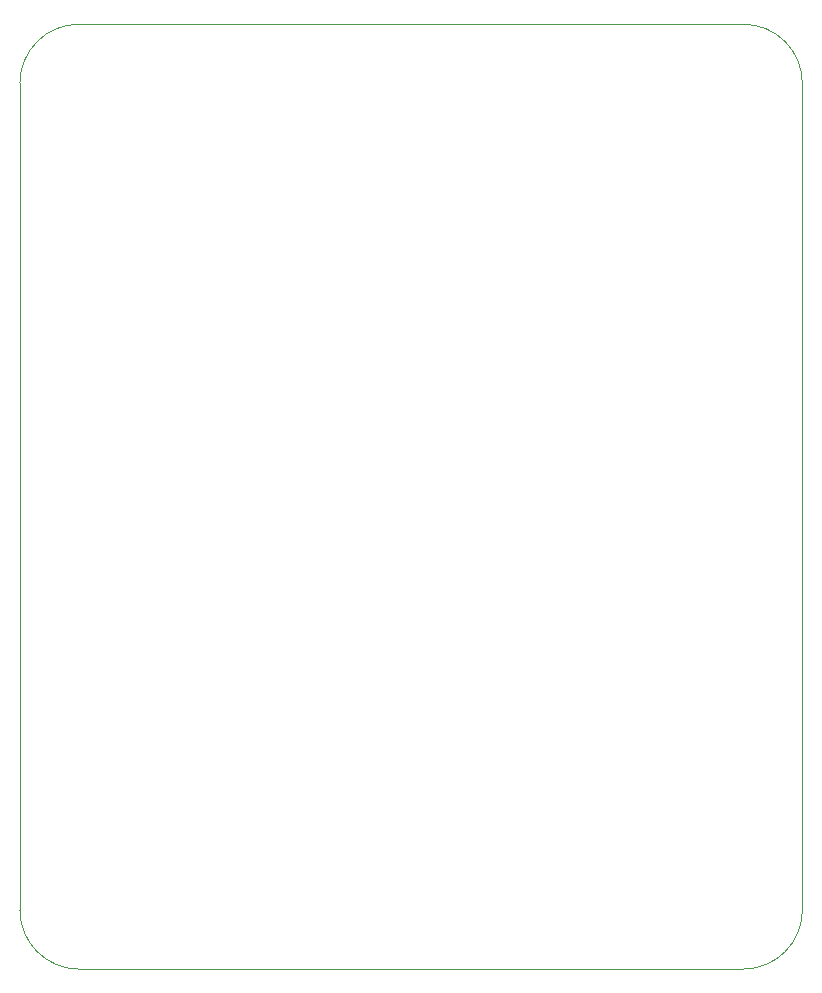
<source format=gbr>
%TF.GenerationSoftware,KiCad,Pcbnew,9.0.7-9.0.7~ubuntu22.04.1*%
%TF.CreationDate,2026-01-30T05:50:45+05:30*%
%TF.ProjectId,SOLDERING_IRON_CONTROLLER,534f4c44-4552-4494-9e47-5f49524f4e5f,rev?*%
%TF.SameCoordinates,Original*%
%TF.FileFunction,Profile,NP*%
%FSLAX46Y46*%
G04 Gerber Fmt 4.6, Leading zero omitted, Abs format (unit mm)*
G04 Created by KiCad (PCBNEW 9.0.7-9.0.7~ubuntu22.04.1) date 2026-01-30 05:50:45*
%MOMM*%
%LPD*%
G01*
G04 APERTURE LIST*
%TA.AperFunction,Profile*%
%ADD10C,0.050000*%
%TD*%
G04 APERTURE END LIST*
D10*
X183010000Y-127735000D02*
X126760000Y-127735000D01*
X126760000Y-47735000D02*
X183010000Y-47735000D01*
X121760000Y-52735000D02*
G75*
G02*
X126760000Y-47735000I5000000J0D01*
G01*
X188010000Y-52735000D02*
X188010000Y-122735000D01*
X126760000Y-127735000D02*
G75*
G02*
X121760000Y-122735000I0J5000000D01*
G01*
X188010000Y-122735000D02*
G75*
G02*
X183010000Y-127735000I-5000000J0D01*
G01*
X121760000Y-122735000D02*
X121760000Y-52735000D01*
X183010000Y-47735000D02*
G75*
G02*
X188010000Y-52735000I0J-5000000D01*
G01*
M02*

</source>
